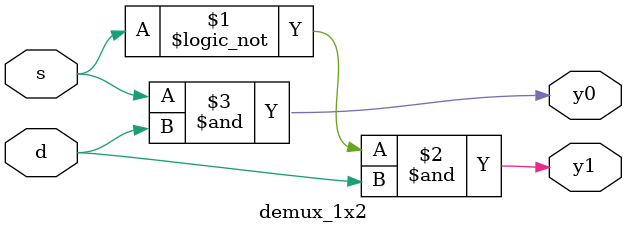
<source format=sv>
module demux_1x2(input s,d,output reg y1,y0);
  assign y1=!s&d;
  assign y0=s&d;
endmodule	

</source>
